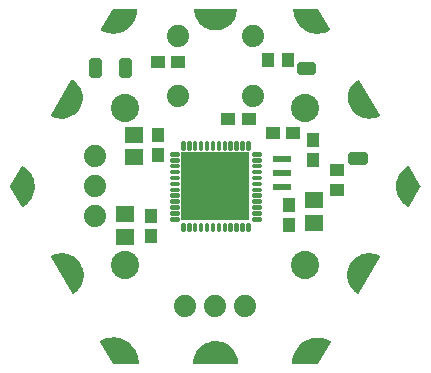
<source format=gbr>
G04 EAGLE Gerber RS-274X export*
G75*
%MOMM*%
%FSLAX34Y34*%
%LPD*%
%INSoldermask Bottom*%
%IPPOS*%
%AMOC8*
5,1,8,0,0,1.08239X$1,22.5*%
G01*
%ADD10R,1.101600X1.201600*%
%ADD11R,1.601600X1.401600*%
%ADD12C,0.225016*%
%ADD13R,5.801588X5.801588*%
%ADD14R,1.501597X0.501600*%
%ADD15R,1.201600X1.101600*%
%ADD16C,0.605878*%
%ADD17C,1.101597*%
%ADD18C,1.879600*%
%ADD19C,2.387600*%

G36*
X191682Y-498D02*
X191682Y-498D01*
X191776Y-486D01*
X191792Y-478D01*
X191810Y-475D01*
X191891Y-427D01*
X191975Y-384D01*
X191988Y-370D01*
X192004Y-361D01*
X192063Y-288D01*
X192127Y-218D01*
X192134Y-201D01*
X192145Y-187D01*
X192175Y-98D01*
X192211Y-10D01*
X192212Y10D01*
X192217Y26D01*
X192216Y76D01*
X192222Y177D01*
X191932Y3397D01*
X191925Y3421D01*
X191925Y3422D01*
X191925Y3423D01*
X191921Y3436D01*
X191916Y3492D01*
X191446Y5402D01*
X191431Y5435D01*
X191420Y5483D01*
X190580Y7613D01*
X190571Y7628D01*
X190564Y7649D01*
X189824Y9229D01*
X189805Y9256D01*
X189787Y9297D01*
X188857Y10777D01*
X188836Y10801D01*
X188814Y10838D01*
X187744Y12168D01*
X187737Y12174D01*
X187731Y12183D01*
X186521Y13593D01*
X186487Y13621D01*
X186445Y13668D01*
X184515Y15268D01*
X184486Y15285D01*
X184452Y15314D01*
X181752Y17044D01*
X181707Y17063D01*
X181636Y17103D01*
X179536Y17903D01*
X179516Y17906D01*
X179494Y17917D01*
X177644Y18477D01*
X177607Y18481D01*
X177560Y18496D01*
X174730Y18946D01*
X174688Y18946D01*
X174630Y18954D01*
X172370Y18954D01*
X172347Y18950D01*
X172317Y18952D01*
X170527Y18802D01*
X170498Y18794D01*
X170459Y18793D01*
X168549Y18423D01*
X168514Y18409D01*
X168463Y18399D01*
X166613Y17759D01*
X166601Y17753D01*
X166584Y17749D01*
X164714Y16999D01*
X164684Y16980D01*
X164640Y16964D01*
X162960Y16024D01*
X162935Y16003D01*
X162896Y15982D01*
X161296Y14812D01*
X161275Y14790D01*
X161243Y14769D01*
X159543Y13219D01*
X159520Y13189D01*
X159482Y13155D01*
X157962Y11325D01*
X157948Y11300D01*
X157923Y11272D01*
X156613Y9312D01*
X156600Y9283D01*
X156575Y9248D01*
X155715Y7558D01*
X155703Y7520D01*
X155679Y7472D01*
X154809Y4882D01*
X154803Y4845D01*
X154787Y4798D01*
X154417Y2838D01*
X154416Y2805D01*
X154407Y2764D01*
X154403Y2700D01*
X154386Y2620D01*
X154367Y2534D01*
X154307Y1664D01*
X154308Y1661D01*
X154307Y1659D01*
X154217Y189D01*
X154227Y105D01*
X154229Y20D01*
X154240Y-6D01*
X154243Y-34D01*
X154282Y-109D01*
X154313Y-188D01*
X154332Y-209D01*
X154345Y-234D01*
X154407Y-291D01*
X154465Y-354D01*
X154490Y-367D01*
X154510Y-386D01*
X154589Y-418D01*
X154664Y-456D01*
X154695Y-461D01*
X154718Y-470D01*
X154768Y-472D01*
X154849Y-484D01*
X191589Y-514D01*
X191682Y-498D01*
G37*
G36*
X52324Y59082D02*
X52324Y59082D01*
X52404Y59090D01*
X52438Y59105D01*
X52466Y59111D01*
X52506Y59136D01*
X52575Y59168D01*
X53255Y59608D01*
X53261Y59614D01*
X53271Y59619D01*
X54961Y60789D01*
X54989Y60816D01*
X55034Y60847D01*
X56454Y62177D01*
X56474Y62205D01*
X56510Y62237D01*
X58280Y64387D01*
X58294Y64413D01*
X58320Y64442D01*
X59160Y65722D01*
X59165Y65734D01*
X59167Y65736D01*
X59171Y65748D01*
X59174Y65754D01*
X59200Y65793D01*
X59920Y67273D01*
X59924Y67285D01*
X59932Y67299D01*
X60662Y68989D01*
X60672Y69030D01*
X60695Y69085D01*
X61205Y71115D01*
X61207Y71141D01*
X61217Y71172D01*
X61577Y73472D01*
X61576Y73515D01*
X61584Y73577D01*
X61554Y76247D01*
X61548Y76280D01*
X61549Y76325D01*
X61259Y78465D01*
X61249Y78495D01*
X61245Y78536D01*
X60695Y80706D01*
X60679Y80740D01*
X60667Y80790D01*
X59617Y83360D01*
X59601Y83385D01*
X59588Y83422D01*
X58748Y84972D01*
X58723Y85004D01*
X58695Y85053D01*
X57405Y86753D01*
X57381Y86776D01*
X57356Y86811D01*
X55606Y88621D01*
X55578Y88641D01*
X55547Y88675D01*
X54027Y89895D01*
X54000Y89909D01*
X53969Y89936D01*
X52309Y90986D01*
X52277Y90999D01*
X52239Y91024D01*
X50169Y91994D01*
X50152Y91999D01*
X50133Y92010D01*
X48763Y92550D01*
X48727Y92557D01*
X48681Y92576D01*
X46801Y93036D01*
X46776Y93038D01*
X46746Y93047D01*
X45376Y93257D01*
X45358Y93256D01*
X45335Y93262D01*
X43845Y93392D01*
X43819Y93389D01*
X43786Y93394D01*
X42326Y93384D01*
X42302Y93380D01*
X42272Y93382D01*
X41082Y93272D01*
X41067Y93268D01*
X41048Y93268D01*
X39678Y93068D01*
X39651Y93058D01*
X39613Y93054D01*
X38363Y92734D01*
X38351Y92729D01*
X38335Y92727D01*
X36955Y92307D01*
X36932Y92295D01*
X36898Y92286D01*
X35468Y91696D01*
X35467Y91695D01*
X35465Y91695D01*
X33985Y91075D01*
X33892Y91015D01*
X33800Y90956D01*
X33798Y90954D01*
X33797Y90953D01*
X33731Y90865D01*
X33664Y90777D01*
X33664Y90775D01*
X33662Y90773D01*
X33632Y90668D01*
X33600Y90562D01*
X33600Y90560D01*
X33599Y90558D01*
X33607Y90449D01*
X33614Y90338D01*
X33615Y90336D01*
X33615Y90334D01*
X33661Y90234D01*
X33706Y90133D01*
X33707Y90132D01*
X33708Y90130D01*
X33723Y90115D01*
X51682Y59380D01*
X51734Y59319D01*
X51780Y59253D01*
X51807Y59234D01*
X51828Y59209D01*
X51898Y59170D01*
X51964Y59124D01*
X51995Y59116D01*
X52024Y59100D01*
X52103Y59088D01*
X52181Y59068D01*
X52213Y59071D01*
X52246Y59066D01*
X52324Y59082D01*
G37*
G36*
X294160Y58970D02*
X294160Y58970D01*
X294177Y58968D01*
X294269Y58994D01*
X294363Y59014D01*
X294377Y59023D01*
X294393Y59028D01*
X294471Y59083D01*
X294552Y59135D01*
X294563Y59150D01*
X294576Y59159D01*
X294603Y59200D01*
X294669Y59282D01*
X312579Y90152D01*
X312608Y90232D01*
X312644Y90309D01*
X312646Y90337D01*
X312655Y90363D01*
X312654Y90448D01*
X312661Y90533D01*
X312654Y90559D01*
X312653Y90587D01*
X312623Y90667D01*
X312600Y90749D01*
X312583Y90771D01*
X312574Y90797D01*
X312517Y90861D01*
X312467Y90930D01*
X312442Y90947D01*
X312426Y90966D01*
X312382Y90989D01*
X312314Y91037D01*
X310714Y91837D01*
X310685Y91846D01*
X310651Y91865D01*
X308871Y92525D01*
X308842Y92530D01*
X308806Y92545D01*
X306756Y93065D01*
X306731Y93067D01*
X306700Y93076D01*
X305000Y93346D01*
X304965Y93346D01*
X304918Y93354D01*
X303178Y93404D01*
X303157Y93401D01*
X303129Y93404D01*
X301489Y93324D01*
X301464Y93318D01*
X301432Y93318D01*
X299512Y93048D01*
X299483Y93039D01*
X299444Y93035D01*
X297284Y92485D01*
X297247Y92468D01*
X297192Y92454D01*
X294532Y91324D01*
X294492Y91298D01*
X294424Y91265D01*
X292314Y89835D01*
X292295Y89817D01*
X292266Y89799D01*
X290136Y88039D01*
X290106Y88004D01*
X290054Y87958D01*
X288334Y85908D01*
X288316Y85876D01*
X288284Y85839D01*
X286784Y83469D01*
X286769Y83431D01*
X286738Y83382D01*
X285938Y81532D01*
X285929Y81495D01*
X285908Y81447D01*
X285238Y78987D01*
X285236Y78968D01*
X285229Y78947D01*
X284939Y77527D01*
X284938Y77499D01*
X284929Y77463D01*
X284779Y75953D01*
X284781Y75922D01*
X284776Y75883D01*
X284796Y74173D01*
X284800Y74152D01*
X284798Y74127D01*
X284928Y72587D01*
X284934Y72566D01*
X284934Y72538D01*
X285204Y70888D01*
X285217Y70851D01*
X285225Y70798D01*
X285805Y68968D01*
X285813Y68954D01*
X285817Y68935D01*
X286317Y67615D01*
X286330Y67593D01*
X286341Y67560D01*
X286921Y66380D01*
X286931Y66367D01*
X286938Y66348D01*
X287548Y65268D01*
X287564Y65248D01*
X287579Y65218D01*
X288399Y64038D01*
X288411Y64026D01*
X288422Y64007D01*
X289322Y62867D01*
X289347Y62845D01*
X289374Y62809D01*
X290424Y61769D01*
X290434Y61762D01*
X290444Y61750D01*
X291634Y60670D01*
X291653Y60658D01*
X291674Y60637D01*
X292029Y60365D01*
X292029Y60364D01*
X292840Y59742D01*
X292859Y59723D01*
X293139Y59513D01*
X293183Y59491D01*
X293751Y59084D01*
X293837Y59043D01*
X293921Y58998D01*
X293938Y58995D01*
X293953Y58988D01*
X294049Y58980D01*
X294144Y58966D01*
X294160Y58970D01*
G37*
G36*
X107722Y-499D02*
X107722Y-499D01*
X107806Y-492D01*
X107832Y-480D01*
X107861Y-475D01*
X107933Y-432D01*
X108009Y-396D01*
X108029Y-375D01*
X108054Y-361D01*
X108107Y-295D01*
X108166Y-235D01*
X108177Y-209D01*
X108195Y-187D01*
X108222Y-107D01*
X108256Y-30D01*
X108259Y2D01*
X108267Y26D01*
X108266Y75D01*
X108273Y157D01*
X108163Y2047D01*
X108159Y2065D01*
X108159Y2089D01*
X107829Y4719D01*
X107819Y4752D01*
X107814Y4798D01*
X107314Y6738D01*
X107304Y6760D01*
X107298Y6791D01*
X106808Y8181D01*
X106801Y8194D01*
X106796Y8213D01*
X106336Y9323D01*
X106330Y9332D01*
X106326Y9345D01*
X105766Y10565D01*
X105751Y10587D01*
X105738Y10620D01*
X104968Y11940D01*
X104953Y11957D01*
X104940Y11983D01*
X103900Y13473D01*
X103880Y13493D01*
X103860Y13525D01*
X101880Y15815D01*
X101852Y15838D01*
X101820Y15875D01*
X100540Y17005D01*
X100523Y17015D01*
X100507Y17033D01*
X99167Y18063D01*
X99148Y18073D01*
X99128Y18091D01*
X97678Y19041D01*
X97652Y19052D01*
X97622Y19073D01*
X96062Y19883D01*
X96045Y19888D01*
X96026Y19900D01*
X94416Y20610D01*
X94397Y20615D01*
X94375Y20627D01*
X92655Y21247D01*
X92621Y21252D01*
X92578Y21269D01*
X90688Y21689D01*
X90663Y21690D01*
X90632Y21699D01*
X88192Y22019D01*
X88160Y22017D01*
X88116Y22024D01*
X86156Y22044D01*
X86145Y22042D01*
X86131Y22044D01*
X84771Y22004D01*
X84744Y21998D01*
X84707Y21999D01*
X83117Y21789D01*
X83091Y21781D01*
X83057Y21778D01*
X81027Y21308D01*
X81011Y21301D01*
X80988Y21298D01*
X79248Y20778D01*
X79220Y20763D01*
X79179Y20753D01*
X77109Y19863D01*
X77096Y19854D01*
X77076Y19847D01*
X75616Y19117D01*
X75610Y19112D01*
X75602Y19110D01*
X75452Y18998D01*
X75422Y18968D01*
X75366Y18889D01*
X75307Y18811D01*
X75302Y18797D01*
X75293Y18784D01*
X75269Y18690D01*
X75240Y18597D01*
X75241Y18582D01*
X75238Y18567D01*
X75248Y18470D01*
X75253Y18373D01*
X75259Y18357D01*
X75261Y18344D01*
X75282Y18300D01*
X75323Y18199D01*
X86113Y-191D01*
X86120Y-199D01*
X86123Y-208D01*
X86192Y-284D01*
X86259Y-361D01*
X86268Y-366D01*
X86275Y-374D01*
X86366Y-421D01*
X86455Y-470D01*
X86465Y-472D01*
X86474Y-476D01*
X86660Y-504D01*
X107640Y-514D01*
X107722Y-499D01*
G37*
G36*
X173907Y282021D02*
X173907Y282021D01*
X173951Y282020D01*
X176161Y282270D01*
X176187Y282278D01*
X176222Y282280D01*
X178002Y282660D01*
X178030Y282671D01*
X178070Y282678D01*
X179940Y283298D01*
X179966Y283312D01*
X180003Y283323D01*
X181453Y283983D01*
X181474Y283997D01*
X181505Y284009D01*
X183185Y284969D01*
X183214Y284993D01*
X183258Y285019D01*
X185168Y286499D01*
X185195Y286528D01*
X185239Y286562D01*
X186929Y288332D01*
X186947Y288359D01*
X186977Y288389D01*
X188237Y290069D01*
X188251Y290097D01*
X188277Y290130D01*
X189377Y292010D01*
X189391Y292046D01*
X189418Y292091D01*
X190248Y294131D01*
X190255Y294168D01*
X190275Y294217D01*
X190925Y296827D01*
X190927Y296855D01*
X190938Y296891D01*
X191198Y298731D01*
X191197Y298767D01*
X191204Y298814D01*
X191214Y299874D01*
X191203Y299942D01*
X191201Y300011D01*
X191184Y300052D01*
X191177Y300095D01*
X191142Y300155D01*
X191116Y300219D01*
X191086Y300251D01*
X191064Y300289D01*
X191011Y300334D01*
X190964Y300385D01*
X190925Y300405D01*
X190892Y300433D01*
X190826Y300455D01*
X190765Y300487D01*
X190715Y300494D01*
X190680Y300506D01*
X190638Y300506D01*
X190579Y300514D01*
X155759Y300474D01*
X155705Y300465D01*
X155651Y300465D01*
X155596Y300445D01*
X155539Y300434D01*
X155491Y300406D01*
X155440Y300388D01*
X155396Y300350D01*
X155345Y300320D01*
X155311Y300277D01*
X155269Y300242D01*
X155241Y300191D01*
X155204Y300146D01*
X155187Y300094D01*
X155160Y300046D01*
X155151Y299988D01*
X155133Y299933D01*
X155134Y299878D01*
X155126Y299824D01*
X155138Y299755D01*
X155139Y299709D01*
X155151Y299680D01*
X155156Y299652D01*
X155330Y298100D01*
X155334Y298085D01*
X155334Y298065D01*
X155774Y295435D01*
X155789Y295394D01*
X155801Y295332D01*
X156751Y292592D01*
X156774Y292551D01*
X156802Y292481D01*
X158182Y290111D01*
X158201Y290088D01*
X158219Y290054D01*
X159449Y288384D01*
X159476Y288358D01*
X159506Y288317D01*
X161036Y286747D01*
X161062Y286729D01*
X161091Y286697D01*
X162771Y285337D01*
X162791Y285326D01*
X162799Y285317D01*
X162815Y285309D01*
X162838Y285289D01*
X164908Y284019D01*
X164941Y284007D01*
X164980Y283981D01*
X166920Y283111D01*
X166956Y283103D01*
X167000Y283082D01*
X168860Y282532D01*
X168893Y282528D01*
X168935Y282515D01*
X171735Y282045D01*
X171776Y282045D01*
X171834Y282036D01*
X173874Y282016D01*
X173907Y282021D01*
G37*
G36*
X259753Y-482D02*
X259753Y-482D01*
X259765Y-484D01*
X259863Y-462D01*
X259961Y-445D01*
X259972Y-438D01*
X259984Y-435D01*
X260068Y-381D01*
X260154Y-330D01*
X260162Y-321D01*
X260173Y-314D01*
X260289Y-167D01*
X270759Y17993D01*
X270783Y18060D01*
X270816Y18123D01*
X270821Y18165D01*
X270835Y18204D01*
X270835Y18275D01*
X270843Y18346D01*
X270833Y18387D01*
X270833Y18429D01*
X270808Y18495D01*
X270791Y18564D01*
X270768Y18599D01*
X270753Y18638D01*
X270706Y18692D01*
X270666Y18750D01*
X270628Y18780D01*
X270605Y18807D01*
X270567Y18827D01*
X270518Y18865D01*
X268788Y19825D01*
X268759Y19834D01*
X268725Y19855D01*
X266645Y20725D01*
X266612Y20732D01*
X266572Y20751D01*
X264512Y21331D01*
X264479Y21334D01*
X264437Y21347D01*
X262307Y21677D01*
X262291Y21676D01*
X262271Y21681D01*
X260721Y21831D01*
X260698Y21829D01*
X260670Y21834D01*
X258750Y21864D01*
X258720Y21859D01*
X258680Y21861D01*
X256900Y21691D01*
X256875Y21684D01*
X256841Y21683D01*
X255161Y21363D01*
X255146Y21357D01*
X255125Y21355D01*
X253175Y20865D01*
X253149Y20853D01*
X253113Y20846D01*
X251083Y20106D01*
X251057Y20091D01*
X251019Y20079D01*
X248809Y18989D01*
X248784Y18970D01*
X248746Y18953D01*
X246996Y17823D01*
X246976Y17804D01*
X246946Y17787D01*
X245586Y16707D01*
X245568Y16686D01*
X245539Y16666D01*
X244089Y15266D01*
X244075Y15246D01*
X244051Y15225D01*
X243081Y14105D01*
X243068Y14084D01*
X243046Y14061D01*
X241926Y12511D01*
X241917Y12494D01*
X241901Y12474D01*
X241181Y11314D01*
X241176Y11302D01*
X241166Y11289D01*
X240246Y9639D01*
X240238Y9617D01*
X240222Y9591D01*
X239512Y8021D01*
X239502Y7981D01*
X239478Y7927D01*
X238778Y5357D01*
X238777Y5339D01*
X238769Y5319D01*
X238449Y3779D01*
X238448Y3752D01*
X238439Y3719D01*
X238239Y1879D01*
X238241Y1864D01*
X238237Y1846D01*
X238157Y436D01*
X238159Y420D01*
X238156Y400D01*
X238156Y150D01*
X238167Y85D01*
X238169Y19D01*
X238187Y-24D01*
X238195Y-71D01*
X238229Y-128D01*
X238254Y-188D01*
X238285Y-223D01*
X238310Y-264D01*
X238361Y-306D01*
X238405Y-354D01*
X238447Y-376D01*
X238484Y-405D01*
X238546Y-426D01*
X238605Y-457D01*
X238659Y-465D01*
X238696Y-477D01*
X238736Y-476D01*
X238790Y-484D01*
X259740Y-484D01*
X259753Y-482D01*
G37*
G36*
X304211Y207306D02*
X304211Y207306D01*
X304231Y207310D01*
X304256Y207308D01*
X306046Y207468D01*
X306083Y207478D01*
X306134Y207482D01*
X308234Y207972D01*
X308268Y207987D01*
X308316Y207997D01*
X310516Y208837D01*
X310532Y208847D01*
X310554Y208853D01*
X311864Y209453D01*
X311941Y209507D01*
X312020Y209555D01*
X312032Y209570D01*
X312048Y209581D01*
X312102Y209658D01*
X312159Y209731D01*
X312165Y209750D01*
X312177Y209766D01*
X312200Y209856D01*
X312228Y209945D01*
X312228Y209964D01*
X312233Y209983D01*
X312223Y210076D01*
X312219Y210169D01*
X312211Y210189D01*
X312209Y210206D01*
X312187Y210251D01*
X312151Y210344D01*
X295201Y240134D01*
X295164Y240179D01*
X295135Y240229D01*
X295093Y240264D01*
X295058Y240306D01*
X295007Y240335D01*
X294962Y240372D01*
X294910Y240390D01*
X294863Y240417D01*
X294805Y240427D01*
X294750Y240446D01*
X294695Y240445D01*
X294642Y240454D01*
X294584Y240443D01*
X294526Y240442D01*
X294465Y240420D01*
X294421Y240412D01*
X294392Y240394D01*
X294349Y240378D01*
X294219Y240308D01*
X294201Y240294D01*
X294173Y240281D01*
X292673Y239301D01*
X292650Y239279D01*
X292613Y239256D01*
X290953Y237866D01*
X290932Y237841D01*
X290897Y237814D01*
X289537Y236364D01*
X289517Y236333D01*
X289482Y236296D01*
X288422Y234796D01*
X288413Y234777D01*
X288396Y234757D01*
X287506Y233277D01*
X287494Y233244D01*
X287469Y233204D01*
X286539Y231074D01*
X286530Y231039D01*
X286510Y230995D01*
X285810Y228555D01*
X285806Y228517D01*
X285792Y228467D01*
X285502Y226377D01*
X285503Y226339D01*
X285496Y226287D01*
X285506Y224197D01*
X285511Y224169D01*
X285510Y224131D01*
X285750Y221941D01*
X285759Y221909D01*
X285763Y221863D01*
X286243Y219843D01*
X286254Y219818D01*
X286261Y219782D01*
X286881Y217992D01*
X286899Y217960D01*
X286915Y217913D01*
X287805Y216163D01*
X287824Y216137D01*
X287842Y216099D01*
X288972Y214399D01*
X288997Y214372D01*
X289025Y214330D01*
X290835Y212280D01*
X290862Y212259D01*
X290892Y212223D01*
X292102Y211163D01*
X292119Y211153D01*
X292136Y211135D01*
X293306Y210245D01*
X293334Y210231D01*
X293367Y210204D01*
X294787Y209364D01*
X294814Y209354D01*
X294846Y209333D01*
X296246Y208693D01*
X296272Y208687D01*
X296301Y208671D01*
X298451Y207921D01*
X298484Y207916D01*
X298527Y207900D01*
X300577Y207460D01*
X300608Y207459D01*
X300649Y207449D01*
X302399Y207279D01*
X302430Y207281D01*
X302471Y207276D01*
X304211Y207306D01*
G37*
G36*
X45066Y207356D02*
X45066Y207356D01*
X45103Y207364D01*
X45155Y207366D01*
X47115Y207726D01*
X47142Y207736D01*
X47180Y207742D01*
X49040Y208292D01*
X49066Y208305D01*
X49103Y208314D01*
X51153Y209164D01*
X51180Y209182D01*
X51221Y209197D01*
X52981Y210187D01*
X53014Y210214D01*
X53068Y210246D01*
X54918Y211736D01*
X54931Y211751D01*
X54952Y211765D01*
X56082Y212815D01*
X56104Y212846D01*
X56143Y212881D01*
X57333Y214351D01*
X57347Y214377D01*
X57373Y214406D01*
X58623Y216346D01*
X58634Y216374D01*
X58657Y216405D01*
X59527Y218135D01*
X59536Y218166D01*
X59557Y218204D01*
X60287Y220224D01*
X60293Y220265D01*
X60313Y220321D01*
X60813Y222931D01*
X60813Y222960D01*
X60822Y222998D01*
X60992Y225048D01*
X60988Y225093D01*
X60991Y225161D01*
X60751Y227651D01*
X60744Y227678D01*
X60742Y227715D01*
X60322Y229805D01*
X60308Y229841D01*
X60297Y229895D01*
X59517Y232065D01*
X59498Y232098D01*
X59479Y232149D01*
X58539Y233909D01*
X58520Y233934D01*
X58502Y233971D01*
X57292Y235721D01*
X57279Y235734D01*
X57267Y235754D01*
X56427Y236814D01*
X56409Y236830D01*
X56391Y236856D01*
X55331Y237976D01*
X55306Y237994D01*
X55280Y238024D01*
X54030Y239084D01*
X54005Y239099D01*
X53977Y239124D01*
X52477Y240144D01*
X52381Y240187D01*
X52326Y240213D01*
X52094Y240363D01*
X52017Y240395D01*
X51943Y240434D01*
X51914Y240438D01*
X51887Y240449D01*
X51804Y240453D01*
X51721Y240464D01*
X51692Y240457D01*
X51663Y240458D01*
X51584Y240432D01*
X51502Y240414D01*
X51477Y240398D01*
X51450Y240389D01*
X51384Y240337D01*
X51314Y240291D01*
X51294Y240265D01*
X51274Y240249D01*
X51248Y240207D01*
X51199Y240143D01*
X34269Y210363D01*
X34239Y210280D01*
X34203Y210198D01*
X34202Y210174D01*
X34194Y210152D01*
X34195Y210063D01*
X34190Y209974D01*
X34197Y209952D01*
X34198Y209928D01*
X34230Y209845D01*
X34256Y209760D01*
X34271Y209741D01*
X34279Y209719D01*
X34338Y209652D01*
X34392Y209582D01*
X34414Y209567D01*
X34429Y209551D01*
X34473Y209527D01*
X34548Y209477D01*
X35348Y209097D01*
X35367Y209092D01*
X35389Y209079D01*
X37899Y208099D01*
X37932Y208093D01*
X37972Y208076D01*
X39802Y207606D01*
X39836Y207603D01*
X39881Y207591D01*
X41711Y207361D01*
X41734Y207362D01*
X41762Y207356D01*
X43332Y207286D01*
X43356Y207290D01*
X43386Y207286D01*
X45066Y207356D01*
G37*
G36*
X260038Y279301D02*
X260038Y279301D01*
X260078Y279298D01*
X262568Y279488D01*
X262599Y279496D01*
X262640Y279497D01*
X264710Y279897D01*
X264746Y279911D01*
X264797Y279921D01*
X267547Y280871D01*
X267579Y280888D01*
X267626Y280904D01*
X269926Y282064D01*
X269992Y282114D01*
X270063Y282157D01*
X270081Y282181D01*
X270105Y282199D01*
X270150Y282269D01*
X270201Y282334D01*
X270210Y282362D01*
X270226Y282387D01*
X270244Y282468D01*
X270269Y282548D01*
X270267Y282578D01*
X270274Y282607D01*
X270262Y282689D01*
X270258Y282772D01*
X270246Y282803D01*
X270242Y282829D01*
X270219Y282872D01*
X270190Y282946D01*
X260280Y300166D01*
X260272Y300176D01*
X260267Y300188D01*
X260200Y300261D01*
X260135Y300338D01*
X260124Y300344D01*
X260115Y300354D01*
X260027Y300399D01*
X259940Y300449D01*
X259927Y300451D01*
X259916Y300456D01*
X259731Y300484D01*
X239761Y300504D01*
X239668Y300488D01*
X239575Y300477D01*
X239559Y300468D01*
X239540Y300465D01*
X239459Y300417D01*
X239376Y300375D01*
X239363Y300361D01*
X239346Y300351D01*
X239287Y300278D01*
X239224Y300209D01*
X239217Y300192D01*
X239205Y300177D01*
X239175Y300088D01*
X239140Y300001D01*
X239138Y299980D01*
X239133Y299964D01*
X239134Y299914D01*
X239128Y299814D01*
X239180Y299231D01*
X239179Y299210D01*
X239219Y298790D01*
X239221Y298783D01*
X239399Y296968D01*
X239406Y296943D01*
X239407Y296909D01*
X239797Y294909D01*
X239808Y294882D01*
X239813Y294846D01*
X240523Y292506D01*
X240540Y292473D01*
X240555Y292423D01*
X241375Y290653D01*
X241382Y290643D01*
X241387Y290628D01*
X242307Y288858D01*
X242334Y288823D01*
X242363Y288769D01*
X243793Y286869D01*
X243805Y286858D01*
X243815Y286841D01*
X244725Y285761D01*
X244750Y285740D01*
X244777Y285706D01*
X246417Y284176D01*
X246433Y284166D01*
X246449Y284148D01*
X247799Y283048D01*
X247832Y283030D01*
X247873Y282997D01*
X249913Y281767D01*
X249937Y281757D01*
X249965Y281738D01*
X251505Y280998D01*
X251531Y280991D01*
X251561Y280975D01*
X253871Y280125D01*
X253901Y280120D01*
X253938Y280104D01*
X255758Y279654D01*
X255787Y279652D01*
X255823Y279642D01*
X257693Y279382D01*
X257721Y279383D01*
X257757Y279376D01*
X260007Y279296D01*
X260038Y279301D01*
G37*
G36*
X87787Y279321D02*
X87787Y279321D01*
X87831Y279320D01*
X89861Y279550D01*
X89883Y279556D01*
X89911Y279557D01*
X91611Y279887D01*
X91640Y279899D01*
X91682Y279906D01*
X94642Y280846D01*
X94682Y280867D01*
X94746Y280889D01*
X97036Y282099D01*
X97058Y282117D01*
X97091Y282132D01*
X99541Y283762D01*
X99573Y283792D01*
X99624Y283828D01*
X101934Y285998D01*
X101960Y286033D01*
X102006Y286077D01*
X103696Y288307D01*
X103709Y288334D01*
X103734Y288364D01*
X105054Y290564D01*
X105067Y290598D01*
X105094Y290642D01*
X106094Y292992D01*
X106102Y293030D01*
X106124Y293081D01*
X106814Y295751D01*
X106816Y295783D01*
X106828Y295824D01*
X107068Y297574D01*
X107068Y297592D01*
X107073Y297614D01*
X107233Y299834D01*
X107223Y299923D01*
X107221Y300011D01*
X107211Y300033D01*
X107209Y300058D01*
X107169Y300137D01*
X107136Y300219D01*
X107120Y300237D01*
X107109Y300258D01*
X107044Y300319D01*
X106984Y300384D01*
X106963Y300395D01*
X106945Y300412D01*
X106864Y300446D01*
X106785Y300487D01*
X106758Y300491D01*
X106739Y300499D01*
X106688Y300501D01*
X106599Y300514D01*
X86649Y300494D01*
X86635Y300492D01*
X86620Y300494D01*
X86524Y300472D01*
X86429Y300454D01*
X86416Y300447D01*
X86401Y300443D01*
X86319Y300390D01*
X86236Y300340D01*
X86226Y300328D01*
X86213Y300320D01*
X86098Y300172D01*
X76298Y282852D01*
X76279Y282798D01*
X76251Y282747D01*
X76242Y282693D01*
X76224Y282641D01*
X76225Y282583D01*
X76216Y282526D01*
X76227Y282472D01*
X76228Y282416D01*
X76249Y282363D01*
X76261Y282306D01*
X76290Y282259D01*
X76310Y282207D01*
X76349Y282164D01*
X76379Y282115D01*
X76430Y282073D01*
X76460Y282040D01*
X76489Y282025D01*
X76524Y281996D01*
X76724Y281876D01*
X76743Y281869D01*
X76763Y281854D01*
X77533Y281464D01*
X77557Y281457D01*
X77583Y281442D01*
X79543Y280652D01*
X79559Y280649D01*
X79576Y280639D01*
X81286Y280059D01*
X81312Y280056D01*
X81343Y280043D01*
X83573Y279513D01*
X83613Y279511D01*
X83668Y279498D01*
X85628Y279338D01*
X85649Y279340D01*
X85674Y279336D01*
X87754Y279316D01*
X87787Y279321D01*
G37*
G36*
X9870Y132513D02*
X9870Y132513D01*
X9962Y132526D01*
X9982Y132535D01*
X9999Y132539D01*
X10042Y132565D01*
X10130Y132608D01*
X11254Y133383D01*
X12637Y134289D01*
X12670Y134320D01*
X12723Y134357D01*
X14753Y136257D01*
X14780Y136293D01*
X14827Y136339D01*
X16247Y138229D01*
X16250Y138236D01*
X16257Y138242D01*
X17587Y140112D01*
X17607Y140155D01*
X17647Y140216D01*
X18677Y142466D01*
X18686Y142501D01*
X18707Y142547D01*
X19657Y145697D01*
X19661Y145731D01*
X19676Y145775D01*
X20056Y148045D01*
X20055Y148075D01*
X20063Y148113D01*
X20193Y150363D01*
X20188Y150402D01*
X20192Y150457D01*
X19922Y153437D01*
X19911Y153475D01*
X19907Y153528D01*
X19377Y155738D01*
X19359Y155778D01*
X19343Y155839D01*
X17923Y159169D01*
X17906Y159195D01*
X17891Y159235D01*
X16851Y161055D01*
X16824Y161087D01*
X16794Y161138D01*
X14734Y163698D01*
X14702Y163725D01*
X14663Y163772D01*
X13123Y165152D01*
X13107Y165162D01*
X13091Y165180D01*
X11351Y166540D01*
X11324Y166554D01*
X11295Y166579D01*
X10145Y167293D01*
X10122Y167319D01*
X10097Y167332D01*
X10077Y167351D01*
X9999Y167384D01*
X9924Y167424D01*
X9896Y167428D01*
X9870Y167439D01*
X9786Y167442D01*
X9702Y167454D01*
X9674Y167447D01*
X9646Y167449D01*
X9565Y167423D01*
X9483Y167404D01*
X9459Y167389D01*
X9432Y167380D01*
X9330Y167305D01*
X9295Y167282D01*
X9289Y167274D01*
X9282Y167268D01*
X9272Y167258D01*
X9257Y167237D01*
X9237Y167221D01*
X9207Y167170D01*
X9179Y167134D01*
X9151Y167086D01*
X9143Y167074D01*
X9142Y167070D01*
X-401Y150334D01*
X-404Y150326D01*
X-410Y150319D01*
X-442Y150220D01*
X-476Y150123D01*
X-476Y150114D01*
X-479Y150105D01*
X-474Y150001D01*
X-472Y149898D01*
X-469Y149890D01*
X-469Y149881D01*
X-401Y149706D01*
X9219Y132816D01*
X9278Y132745D01*
X9333Y132670D01*
X9350Y132659D01*
X9363Y132644D01*
X9443Y132598D01*
X9521Y132547D01*
X9540Y132542D01*
X9557Y132532D01*
X9649Y132517D01*
X9740Y132496D01*
X9759Y132499D01*
X9779Y132496D01*
X9870Y132513D01*
G37*
G36*
X336742Y132574D02*
X336742Y132574D01*
X336776Y132573D01*
X336851Y132599D01*
X336928Y132616D01*
X336956Y132635D01*
X336988Y132646D01*
X337049Y132696D01*
X337116Y132739D01*
X337139Y132769D01*
X337162Y132788D01*
X337186Y132829D01*
X337231Y132886D01*
X346801Y149706D01*
X346805Y149716D01*
X346811Y149724D01*
X346842Y149821D01*
X346876Y149918D01*
X346876Y149928D01*
X346879Y149937D01*
X346874Y150040D01*
X346872Y150142D01*
X346869Y150151D01*
X346868Y150161D01*
X346800Y150336D01*
X337140Y167146D01*
X337136Y167150D01*
X337135Y167154D01*
X337131Y167158D01*
X337127Y167167D01*
X337060Y167241D01*
X336995Y167318D01*
X336985Y167324D01*
X336976Y167333D01*
X336888Y167379D01*
X336800Y167428D01*
X336788Y167430D01*
X336777Y167436D01*
X336678Y167448D01*
X336579Y167464D01*
X336567Y167462D01*
X336554Y167463D01*
X336371Y167425D01*
X336181Y167355D01*
X336138Y167330D01*
X336044Y167285D01*
X334864Y166485D01*
X334858Y166479D01*
X334847Y166473D01*
X333607Y165573D01*
X333580Y165545D01*
X333537Y165514D01*
X331747Y163764D01*
X331730Y163740D01*
X331701Y163714D01*
X330211Y161914D01*
X330198Y161890D01*
X330174Y161864D01*
X328674Y159634D01*
X328656Y159594D01*
X328622Y159541D01*
X327652Y157391D01*
X327646Y157366D01*
X327631Y157338D01*
X326931Y155318D01*
X326924Y155278D01*
X326906Y155224D01*
X326516Y153084D01*
X326516Y153057D01*
X326508Y153023D01*
X326268Y150173D01*
X326271Y150143D01*
X326266Y150102D01*
X326336Y147612D01*
X326346Y147566D01*
X326351Y147491D01*
X327081Y144241D01*
X327095Y144209D01*
X327104Y144164D01*
X328054Y141544D01*
X328077Y141504D01*
X328104Y141438D01*
X329544Y138998D01*
X329565Y138973D01*
X329585Y138936D01*
X331165Y136856D01*
X331190Y136834D01*
X331216Y136797D01*
X332806Y135167D01*
X332833Y135148D01*
X332864Y135115D01*
X334414Y133875D01*
X334442Y133860D01*
X334474Y133832D01*
X336344Y132662D01*
X336417Y132633D01*
X336487Y132596D01*
X336520Y132591D01*
X336552Y132579D01*
X336631Y132577D01*
X336709Y132566D01*
X336742Y132574D01*
G37*
D10*
X255659Y172488D03*
X255659Y189488D03*
D11*
X256336Y119038D03*
X256336Y138038D03*
D12*
X204817Y176867D02*
X204817Y178133D01*
X210583Y178133D01*
X210583Y176867D01*
X204817Y176867D01*
X204817Y173133D02*
X204817Y171867D01*
X204817Y173133D02*
X210583Y173133D01*
X210583Y171867D01*
X204817Y171867D01*
X204817Y168133D02*
X204817Y166867D01*
X204817Y168133D02*
X210583Y168133D01*
X210583Y166867D01*
X204817Y166867D01*
X204817Y163133D02*
X204817Y161867D01*
X204817Y163133D02*
X210583Y163133D01*
X210583Y161867D01*
X204817Y161867D01*
X204817Y158133D02*
X204817Y156867D01*
X204817Y158133D02*
X210583Y158133D01*
X210583Y156867D01*
X204817Y156867D01*
X204817Y153133D02*
X204817Y151867D01*
X204817Y153133D02*
X210583Y153133D01*
X210583Y151867D01*
X204817Y151867D01*
X204817Y148133D02*
X204817Y146867D01*
X204817Y148133D02*
X210583Y148133D01*
X210583Y146867D01*
X204817Y146867D01*
X204817Y143133D02*
X204817Y141867D01*
X204817Y143133D02*
X210583Y143133D01*
X210583Y141867D01*
X204817Y141867D01*
X204817Y138133D02*
X204817Y136867D01*
X204817Y138133D02*
X210583Y138133D01*
X210583Y136867D01*
X204817Y136867D01*
X204817Y133133D02*
X204817Y131867D01*
X204817Y133133D02*
X210583Y133133D01*
X210583Y131867D01*
X204817Y131867D01*
X204817Y128133D02*
X204817Y126867D01*
X204817Y128133D02*
X210583Y128133D01*
X210583Y126867D01*
X204817Y126867D01*
X204817Y123133D02*
X204817Y121867D01*
X204817Y123133D02*
X210583Y123133D01*
X210583Y121867D01*
X204817Y121867D01*
X201333Y118383D02*
X200067Y118383D01*
X201333Y118383D02*
X201333Y112617D01*
X200067Y112617D01*
X200067Y118383D01*
X200067Y114754D02*
X201333Y114754D01*
X201333Y116891D02*
X200067Y116891D01*
X196333Y118383D02*
X195067Y118383D01*
X196333Y118383D02*
X196333Y112617D01*
X195067Y112617D01*
X195067Y118383D01*
X195067Y114754D02*
X196333Y114754D01*
X196333Y116891D02*
X195067Y116891D01*
X191333Y118383D02*
X190067Y118383D01*
X191333Y118383D02*
X191333Y112617D01*
X190067Y112617D01*
X190067Y118383D01*
X190067Y114754D02*
X191333Y114754D01*
X191333Y116891D02*
X190067Y116891D01*
X186333Y118383D02*
X185067Y118383D01*
X186333Y118383D02*
X186333Y112617D01*
X185067Y112617D01*
X185067Y118383D01*
X185067Y114754D02*
X186333Y114754D01*
X186333Y116891D02*
X185067Y116891D01*
X181333Y118383D02*
X180067Y118383D01*
X181333Y118383D02*
X181333Y112617D01*
X180067Y112617D01*
X180067Y118383D01*
X180067Y114754D02*
X181333Y114754D01*
X181333Y116891D02*
X180067Y116891D01*
X176333Y118383D02*
X175067Y118383D01*
X176333Y118383D02*
X176333Y112617D01*
X175067Y112617D01*
X175067Y118383D01*
X175067Y114754D02*
X176333Y114754D01*
X176333Y116891D02*
X175067Y116891D01*
X171333Y118383D02*
X170067Y118383D01*
X171333Y118383D02*
X171333Y112617D01*
X170067Y112617D01*
X170067Y118383D01*
X170067Y114754D02*
X171333Y114754D01*
X171333Y116891D02*
X170067Y116891D01*
X166333Y118383D02*
X165067Y118383D01*
X166333Y118383D02*
X166333Y112617D01*
X165067Y112617D01*
X165067Y118383D01*
X165067Y114754D02*
X166333Y114754D01*
X166333Y116891D02*
X165067Y116891D01*
X161333Y118383D02*
X160067Y118383D01*
X161333Y118383D02*
X161333Y112617D01*
X160067Y112617D01*
X160067Y118383D01*
X160067Y114754D02*
X161333Y114754D01*
X161333Y116891D02*
X160067Y116891D01*
X156333Y118383D02*
X155067Y118383D01*
X156333Y118383D02*
X156333Y112617D01*
X155067Y112617D01*
X155067Y118383D01*
X155067Y114754D02*
X156333Y114754D01*
X156333Y116891D02*
X155067Y116891D01*
X151333Y118383D02*
X150067Y118383D01*
X151333Y118383D02*
X151333Y112617D01*
X150067Y112617D01*
X150067Y118383D01*
X150067Y114754D02*
X151333Y114754D01*
X151333Y116891D02*
X150067Y116891D01*
X146333Y118383D02*
X145067Y118383D01*
X146333Y118383D02*
X146333Y112617D01*
X145067Y112617D01*
X145067Y118383D01*
X145067Y114754D02*
X146333Y114754D01*
X146333Y116891D02*
X145067Y116891D01*
X141583Y121867D02*
X141583Y123133D01*
X141583Y121867D02*
X135817Y121867D01*
X135817Y123133D01*
X141583Y123133D01*
X141583Y126867D02*
X141583Y128133D01*
X141583Y126867D02*
X135817Y126867D01*
X135817Y128133D01*
X141583Y128133D01*
X141583Y131867D02*
X141583Y133133D01*
X141583Y131867D02*
X135817Y131867D01*
X135817Y133133D01*
X141583Y133133D01*
X141583Y136867D02*
X141583Y138133D01*
X141583Y136867D02*
X135817Y136867D01*
X135817Y138133D01*
X141583Y138133D01*
X141583Y141867D02*
X141583Y143133D01*
X141583Y141867D02*
X135817Y141867D01*
X135817Y143133D01*
X141583Y143133D01*
X141583Y146867D02*
X141583Y148133D01*
X141583Y146867D02*
X135817Y146867D01*
X135817Y148133D01*
X141583Y148133D01*
X141583Y151867D02*
X141583Y153133D01*
X141583Y151867D02*
X135817Y151867D01*
X135817Y153133D01*
X141583Y153133D01*
X141583Y156867D02*
X141583Y158133D01*
X141583Y156867D02*
X135817Y156867D01*
X135817Y158133D01*
X141583Y158133D01*
X141583Y161867D02*
X141583Y163133D01*
X141583Y161867D02*
X135817Y161867D01*
X135817Y163133D01*
X141583Y163133D01*
X141583Y166867D02*
X141583Y168133D01*
X141583Y166867D02*
X135817Y166867D01*
X135817Y168133D01*
X141583Y168133D01*
X141583Y171867D02*
X141583Y173133D01*
X141583Y171867D02*
X135817Y171867D01*
X135817Y173133D01*
X141583Y173133D01*
X141583Y176867D02*
X141583Y178133D01*
X141583Y176867D02*
X135817Y176867D01*
X135817Y178133D01*
X141583Y178133D01*
X145067Y181617D02*
X146333Y181617D01*
X145067Y181617D02*
X145067Y187383D01*
X146333Y187383D01*
X146333Y181617D01*
X146333Y183754D02*
X145067Y183754D01*
X145067Y185891D02*
X146333Y185891D01*
X150067Y181617D02*
X151333Y181617D01*
X150067Y181617D02*
X150067Y187383D01*
X151333Y187383D01*
X151333Y181617D01*
X151333Y183754D02*
X150067Y183754D01*
X150067Y185891D02*
X151333Y185891D01*
X155067Y181617D02*
X156333Y181617D01*
X155067Y181617D02*
X155067Y187383D01*
X156333Y187383D01*
X156333Y181617D01*
X156333Y183754D02*
X155067Y183754D01*
X155067Y185891D02*
X156333Y185891D01*
X160067Y181617D02*
X161333Y181617D01*
X160067Y181617D02*
X160067Y187383D01*
X161333Y187383D01*
X161333Y181617D01*
X161333Y183754D02*
X160067Y183754D01*
X160067Y185891D02*
X161333Y185891D01*
X165067Y181617D02*
X166333Y181617D01*
X165067Y181617D02*
X165067Y187383D01*
X166333Y187383D01*
X166333Y181617D01*
X166333Y183754D02*
X165067Y183754D01*
X165067Y185891D02*
X166333Y185891D01*
X170067Y181617D02*
X171333Y181617D01*
X170067Y181617D02*
X170067Y187383D01*
X171333Y187383D01*
X171333Y181617D01*
X171333Y183754D02*
X170067Y183754D01*
X170067Y185891D02*
X171333Y185891D01*
X175067Y181617D02*
X176333Y181617D01*
X175067Y181617D02*
X175067Y187383D01*
X176333Y187383D01*
X176333Y181617D01*
X176333Y183754D02*
X175067Y183754D01*
X175067Y185891D02*
X176333Y185891D01*
X180067Y181617D02*
X181333Y181617D01*
X180067Y181617D02*
X180067Y187383D01*
X181333Y187383D01*
X181333Y181617D01*
X181333Y183754D02*
X180067Y183754D01*
X180067Y185891D02*
X181333Y185891D01*
X185067Y181617D02*
X186333Y181617D01*
X185067Y181617D02*
X185067Y187383D01*
X186333Y187383D01*
X186333Y181617D01*
X186333Y183754D02*
X185067Y183754D01*
X185067Y185891D02*
X186333Y185891D01*
X190067Y181617D02*
X191333Y181617D01*
X190067Y181617D02*
X190067Y187383D01*
X191333Y187383D01*
X191333Y181617D01*
X191333Y183754D02*
X190067Y183754D01*
X190067Y185891D02*
X191333Y185891D01*
X195067Y181617D02*
X196333Y181617D01*
X195067Y181617D02*
X195067Y187383D01*
X196333Y187383D01*
X196333Y181617D01*
X196333Y183754D02*
X195067Y183754D01*
X195067Y185891D02*
X196333Y185891D01*
X200067Y181617D02*
X201333Y181617D01*
X200067Y181617D02*
X200067Y187383D01*
X201333Y187383D01*
X201333Y181617D01*
X201333Y183754D02*
X200067Y183754D01*
X200067Y185891D02*
X201333Y185891D01*
D13*
X173200Y150000D03*
D14*
X229774Y173430D03*
X229774Y161430D03*
X229774Y149430D03*
D10*
X217860Y256680D03*
X234860Y256680D03*
D11*
X104112Y193851D03*
X104112Y174851D03*
X96492Y126480D03*
X96492Y107480D03*
D10*
X235684Y117524D03*
X235684Y134524D03*
X124432Y193806D03*
X124432Y176806D03*
X118336Y125226D03*
X118336Y108226D03*
D15*
X201258Y206642D03*
X184258Y206642D03*
X221850Y194958D03*
X238850Y194958D03*
X276578Y164088D03*
X276578Y147088D03*
X141822Y255410D03*
X124822Y255410D03*
D16*
X69121Y256063D02*
X69121Y245105D01*
X69121Y256063D02*
X74079Y256063D01*
X74079Y245105D01*
X69121Y245105D01*
X69121Y250861D02*
X74079Y250861D01*
X99479Y256063D02*
X99479Y245105D01*
X94521Y245105D01*
X94521Y256063D01*
X99479Y256063D01*
X99479Y250861D02*
X94521Y250861D01*
X244429Y252555D02*
X255387Y252555D01*
X255387Y247597D01*
X244429Y247597D01*
X244429Y252555D01*
X288371Y176609D02*
X299329Y176609D01*
X299329Y171651D01*
X288371Y171651D01*
X288371Y176609D01*
D17*
X336500Y149800D03*
X296500Y78800D03*
X255500Y7800D03*
X173500Y7800D03*
X91500Y7800D03*
X49500Y78800D03*
X9500Y149800D03*
X50500Y220800D03*
X91500Y291800D03*
X173500Y291800D03*
X255500Y292800D03*
X296500Y220800D03*
D18*
X141450Y277000D03*
X204950Y277000D03*
X141450Y226200D03*
X204950Y226200D03*
X147800Y48400D03*
X173200Y48400D03*
X198600Y48400D03*
D19*
X97000Y216675D03*
X97000Y83325D03*
X249400Y83325D03*
X249400Y216675D03*
D18*
X71600Y175400D03*
X71600Y150000D03*
X71600Y124600D03*
M02*

</source>
